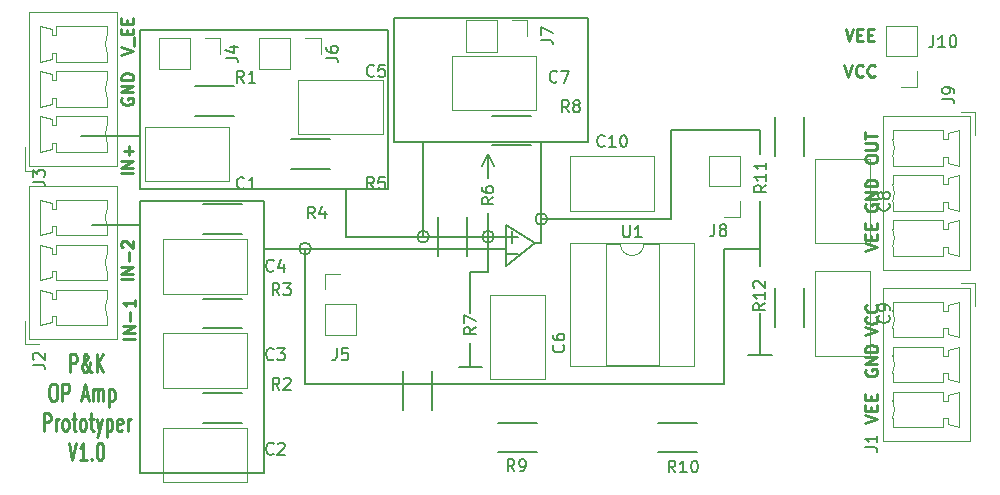
<source format=gbr>
G04 #@! TF.GenerationSoftware,KiCad,Pcbnew,(5.0.0)*
G04 #@! TF.CreationDate,2019-09-28T10:14:36+02:00*
G04 #@! TF.ProjectId,opampprotopcb,6F70616D7070726F746F7063622E6B69,rev?*
G04 #@! TF.SameCoordinates,Original*
G04 #@! TF.FileFunction,Legend,Top*
G04 #@! TF.FilePolarity,Positive*
%FSLAX46Y46*%
G04 Gerber Fmt 4.6, Leading zero omitted, Abs format (unit mm)*
G04 Created by KiCad (PCBNEW (5.0.0)) date 09/28/19 10:14:36*
%MOMM*%
%LPD*%
G01*
G04 APERTURE LIST*
%ADD10C,0.200000*%
%ADD11C,0.250000*%
%ADD12C,0.150000*%
%ADD13C,0.120000*%
G04 APERTURE END LIST*
D10*
X59500000Y-42500000D02*
G75*
G03X59500000Y-42500000I-500000J0D01*
G01*
X53000000Y-47000000D02*
X53000000Y-50500000D01*
X54500000Y-47000000D02*
X53000000Y-47000000D01*
X54500000Y-44000000D02*
X54500000Y-47000000D01*
D11*
X19119047Y-55428571D02*
X19119047Y-53928571D01*
X19500000Y-53928571D01*
X19595238Y-54000000D01*
X19642857Y-54071428D01*
X19690476Y-54214285D01*
X19690476Y-54428571D01*
X19642857Y-54571428D01*
X19595238Y-54642857D01*
X19500000Y-54714285D01*
X19119047Y-54714285D01*
X20928571Y-55428571D02*
X20880952Y-55428571D01*
X20785714Y-55357142D01*
X20642857Y-55142857D01*
X20404761Y-54714285D01*
X20309523Y-54500000D01*
X20261904Y-54285714D01*
X20261904Y-54142857D01*
X20309523Y-54000000D01*
X20404761Y-53928571D01*
X20452380Y-53928571D01*
X20547619Y-54000000D01*
X20595238Y-54142857D01*
X20595238Y-54214285D01*
X20547619Y-54357142D01*
X20500000Y-54428571D01*
X20214285Y-54714285D01*
X20166666Y-54785714D01*
X20119047Y-54928571D01*
X20119047Y-55142857D01*
X20166666Y-55285714D01*
X20214285Y-55357142D01*
X20309523Y-55428571D01*
X20452380Y-55428571D01*
X20547619Y-55357142D01*
X20595238Y-55285714D01*
X20738095Y-55000000D01*
X20785714Y-54785714D01*
X20785714Y-54642857D01*
X21357142Y-55428571D02*
X21357142Y-53928571D01*
X21928571Y-55428571D02*
X21500000Y-54571428D01*
X21928571Y-53928571D02*
X21357142Y-54785714D01*
X17595238Y-56428571D02*
X17785714Y-56428571D01*
X17880952Y-56500000D01*
X17976190Y-56642857D01*
X18023809Y-56928571D01*
X18023809Y-57428571D01*
X17976190Y-57714285D01*
X17880952Y-57857142D01*
X17785714Y-57928571D01*
X17595238Y-57928571D01*
X17500000Y-57857142D01*
X17404761Y-57714285D01*
X17357142Y-57428571D01*
X17357142Y-56928571D01*
X17404761Y-56642857D01*
X17500000Y-56500000D01*
X17595238Y-56428571D01*
X18452380Y-57928571D02*
X18452380Y-56428571D01*
X18833333Y-56428571D01*
X18928571Y-56500000D01*
X18976190Y-56571428D01*
X19023809Y-56714285D01*
X19023809Y-56928571D01*
X18976190Y-57071428D01*
X18928571Y-57142857D01*
X18833333Y-57214285D01*
X18452380Y-57214285D01*
X20166666Y-57500000D02*
X20642857Y-57500000D01*
X20071428Y-57928571D02*
X20404761Y-56428571D01*
X20738095Y-57928571D01*
X21071428Y-57928571D02*
X21071428Y-56928571D01*
X21071428Y-57071428D02*
X21119047Y-57000000D01*
X21214285Y-56928571D01*
X21357142Y-56928571D01*
X21452380Y-57000000D01*
X21500000Y-57142857D01*
X21500000Y-57928571D01*
X21500000Y-57142857D02*
X21547619Y-57000000D01*
X21642857Y-56928571D01*
X21785714Y-56928571D01*
X21880952Y-57000000D01*
X21928571Y-57142857D01*
X21928571Y-57928571D01*
X22404761Y-56928571D02*
X22404761Y-58428571D01*
X22404761Y-57000000D02*
X22500000Y-56928571D01*
X22690476Y-56928571D01*
X22785714Y-57000000D01*
X22833333Y-57071428D01*
X22880952Y-57214285D01*
X22880952Y-57642857D01*
X22833333Y-57785714D01*
X22785714Y-57857142D01*
X22690476Y-57928571D01*
X22500000Y-57928571D01*
X22404761Y-57857142D01*
X16880952Y-60428571D02*
X16880952Y-58928571D01*
X17261904Y-58928571D01*
X17357142Y-59000000D01*
X17404761Y-59071428D01*
X17452380Y-59214285D01*
X17452380Y-59428571D01*
X17404761Y-59571428D01*
X17357142Y-59642857D01*
X17261904Y-59714285D01*
X16880952Y-59714285D01*
X17880952Y-60428571D02*
X17880952Y-59428571D01*
X17880952Y-59714285D02*
X17928571Y-59571428D01*
X17976190Y-59500000D01*
X18071428Y-59428571D01*
X18166666Y-59428571D01*
X18642857Y-60428571D02*
X18547619Y-60357142D01*
X18500000Y-60285714D01*
X18452380Y-60142857D01*
X18452380Y-59714285D01*
X18500000Y-59571428D01*
X18547619Y-59500000D01*
X18642857Y-59428571D01*
X18785714Y-59428571D01*
X18880952Y-59500000D01*
X18928571Y-59571428D01*
X18976190Y-59714285D01*
X18976190Y-60142857D01*
X18928571Y-60285714D01*
X18880952Y-60357142D01*
X18785714Y-60428571D01*
X18642857Y-60428571D01*
X19261904Y-59428571D02*
X19642857Y-59428571D01*
X19404761Y-58928571D02*
X19404761Y-60214285D01*
X19452380Y-60357142D01*
X19547619Y-60428571D01*
X19642857Y-60428571D01*
X20119047Y-60428571D02*
X20023809Y-60357142D01*
X19976190Y-60285714D01*
X19928571Y-60142857D01*
X19928571Y-59714285D01*
X19976190Y-59571428D01*
X20023809Y-59500000D01*
X20119047Y-59428571D01*
X20261904Y-59428571D01*
X20357142Y-59500000D01*
X20404761Y-59571428D01*
X20452380Y-59714285D01*
X20452380Y-60142857D01*
X20404761Y-60285714D01*
X20357142Y-60357142D01*
X20261904Y-60428571D01*
X20119047Y-60428571D01*
X20738095Y-59428571D02*
X21119047Y-59428571D01*
X20880952Y-58928571D02*
X20880952Y-60214285D01*
X20928571Y-60357142D01*
X21023809Y-60428571D01*
X21119047Y-60428571D01*
X21357142Y-59428571D02*
X21595238Y-60428571D01*
X21833333Y-59428571D02*
X21595238Y-60428571D01*
X21500000Y-60785714D01*
X21452380Y-60857142D01*
X21357142Y-60928571D01*
X22214285Y-59428571D02*
X22214285Y-60928571D01*
X22214285Y-59500000D02*
X22309523Y-59428571D01*
X22500000Y-59428571D01*
X22595238Y-59500000D01*
X22642857Y-59571428D01*
X22690476Y-59714285D01*
X22690476Y-60142857D01*
X22642857Y-60285714D01*
X22595238Y-60357142D01*
X22500000Y-60428571D01*
X22309523Y-60428571D01*
X22214285Y-60357142D01*
X23500000Y-60357142D02*
X23404761Y-60428571D01*
X23214285Y-60428571D01*
X23119047Y-60357142D01*
X23071428Y-60214285D01*
X23071428Y-59642857D01*
X23119047Y-59500000D01*
X23214285Y-59428571D01*
X23404761Y-59428571D01*
X23500000Y-59500000D01*
X23547619Y-59642857D01*
X23547619Y-59785714D01*
X23071428Y-59928571D01*
X23976190Y-60428571D02*
X23976190Y-59428571D01*
X23976190Y-59714285D02*
X24023809Y-59571428D01*
X24071428Y-59500000D01*
X24166666Y-59428571D01*
X24261904Y-59428571D01*
X18976190Y-61428571D02*
X19309523Y-62928571D01*
X19642857Y-61428571D01*
X20500000Y-62928571D02*
X19928571Y-62928571D01*
X20214285Y-62928571D02*
X20214285Y-61428571D01*
X20119047Y-61642857D01*
X20023809Y-61785714D01*
X19928571Y-61857142D01*
X20928571Y-62785714D02*
X20976190Y-62857142D01*
X20928571Y-62928571D01*
X20880952Y-62857142D01*
X20928571Y-62785714D01*
X20928571Y-62928571D01*
X21595238Y-61428571D02*
X21690476Y-61428571D01*
X21785714Y-61500000D01*
X21833333Y-61571428D01*
X21880952Y-61714285D01*
X21928571Y-62000000D01*
X21928571Y-62357142D01*
X21880952Y-62642857D01*
X21833333Y-62785714D01*
X21785714Y-62857142D01*
X21690476Y-62928571D01*
X21595238Y-62928571D01*
X21500000Y-62857142D01*
X21452380Y-62785714D01*
X21404761Y-62642857D01*
X21357142Y-62357142D01*
X21357142Y-62000000D01*
X21404761Y-61714285D01*
X21452380Y-61571428D01*
X21500000Y-61500000D01*
X21595238Y-61428571D01*
X84666666Y-29452380D02*
X85000000Y-30452380D01*
X85333333Y-29452380D01*
X86238095Y-30357142D02*
X86190476Y-30404761D01*
X86047619Y-30452380D01*
X85952380Y-30452380D01*
X85809523Y-30404761D01*
X85714285Y-30309523D01*
X85666666Y-30214285D01*
X85619047Y-30023809D01*
X85619047Y-29880952D01*
X85666666Y-29690476D01*
X85714285Y-29595238D01*
X85809523Y-29500000D01*
X85952380Y-29452380D01*
X86047619Y-29452380D01*
X86190476Y-29500000D01*
X86238095Y-29547619D01*
X87238095Y-30357142D02*
X87190476Y-30404761D01*
X87047619Y-30452380D01*
X86952380Y-30452380D01*
X86809523Y-30404761D01*
X86714285Y-30309523D01*
X86666666Y-30214285D01*
X86619047Y-30023809D01*
X86619047Y-29880952D01*
X86666666Y-29690476D01*
X86714285Y-29595238D01*
X86809523Y-29500000D01*
X86952380Y-29452380D01*
X87047619Y-29452380D01*
X87190476Y-29500000D01*
X87238095Y-29547619D01*
X84761904Y-26452380D02*
X85095238Y-27452380D01*
X85428571Y-26452380D01*
X85761904Y-26928571D02*
X86095238Y-26928571D01*
X86238095Y-27452380D02*
X85761904Y-27452380D01*
X85761904Y-26452380D01*
X86238095Y-26452380D01*
X86666666Y-26928571D02*
X87000000Y-26928571D01*
X87142857Y-27452380D02*
X86666666Y-27452380D01*
X86666666Y-26452380D01*
X87142857Y-26452380D01*
X86452380Y-59738095D02*
X87452380Y-59404761D01*
X86452380Y-59071428D01*
X86928571Y-58738095D02*
X86928571Y-58404761D01*
X87452380Y-58261904D02*
X87452380Y-58738095D01*
X86452380Y-58738095D01*
X86452380Y-58261904D01*
X86928571Y-57833333D02*
X86928571Y-57500000D01*
X87452380Y-57357142D02*
X87452380Y-57833333D01*
X86452380Y-57833333D01*
X86452380Y-57357142D01*
X86500000Y-55261904D02*
X86452380Y-55357142D01*
X86452380Y-55500000D01*
X86500000Y-55642857D01*
X86595238Y-55738095D01*
X86690476Y-55785714D01*
X86880952Y-55833333D01*
X87023809Y-55833333D01*
X87214285Y-55785714D01*
X87309523Y-55738095D01*
X87404761Y-55642857D01*
X87452380Y-55500000D01*
X87452380Y-55404761D01*
X87404761Y-55261904D01*
X87357142Y-55214285D01*
X87023809Y-55214285D01*
X87023809Y-55404761D01*
X87452380Y-54785714D02*
X86452380Y-54785714D01*
X87452380Y-54214285D01*
X86452380Y-54214285D01*
X87452380Y-53738095D02*
X86452380Y-53738095D01*
X86452380Y-53500000D01*
X86500000Y-53357142D01*
X86595238Y-53261904D01*
X86690476Y-53214285D01*
X86880952Y-53166666D01*
X87023809Y-53166666D01*
X87214285Y-53214285D01*
X87309523Y-53261904D01*
X87404761Y-53357142D01*
X87452380Y-53500000D01*
X87452380Y-53738095D01*
X86452380Y-52333333D02*
X87452380Y-52000000D01*
X86452380Y-51666666D01*
X87357142Y-50761904D02*
X87404761Y-50809523D01*
X87452380Y-50952380D01*
X87452380Y-51047619D01*
X87404761Y-51190476D01*
X87309523Y-51285714D01*
X87214285Y-51333333D01*
X87023809Y-51380952D01*
X86880952Y-51380952D01*
X86690476Y-51333333D01*
X86595238Y-51285714D01*
X86500000Y-51190476D01*
X86452380Y-51047619D01*
X86452380Y-50952380D01*
X86500000Y-50809523D01*
X86547619Y-50761904D01*
X87357142Y-49761904D02*
X87404761Y-49809523D01*
X87452380Y-49952380D01*
X87452380Y-50047619D01*
X87404761Y-50190476D01*
X87309523Y-50285714D01*
X87214285Y-50333333D01*
X87023809Y-50380952D01*
X86880952Y-50380952D01*
X86690476Y-50333333D01*
X86595238Y-50285714D01*
X86500000Y-50190476D01*
X86452380Y-50047619D01*
X86452380Y-49952380D01*
X86500000Y-49809523D01*
X86547619Y-49761904D01*
X86452380Y-45238095D02*
X87452380Y-44904761D01*
X86452380Y-44571428D01*
X86928571Y-44238095D02*
X86928571Y-43904761D01*
X87452380Y-43761904D02*
X87452380Y-44238095D01*
X86452380Y-44238095D01*
X86452380Y-43761904D01*
X86928571Y-43333333D02*
X86928571Y-43000000D01*
X87452380Y-42857142D02*
X87452380Y-43333333D01*
X86452380Y-43333333D01*
X86452380Y-42857142D01*
X86452380Y-37500000D02*
X86452380Y-37309523D01*
X86500000Y-37214285D01*
X86595238Y-37119047D01*
X86785714Y-37071428D01*
X87119047Y-37071428D01*
X87309523Y-37119047D01*
X87404761Y-37214285D01*
X87452380Y-37309523D01*
X87452380Y-37500000D01*
X87404761Y-37595238D01*
X87309523Y-37690476D01*
X87119047Y-37738095D01*
X86785714Y-37738095D01*
X86595238Y-37690476D01*
X86500000Y-37595238D01*
X86452380Y-37500000D01*
X86452380Y-36642857D02*
X87261904Y-36642857D01*
X87357142Y-36595238D01*
X87404761Y-36547619D01*
X87452380Y-36452380D01*
X87452380Y-36261904D01*
X87404761Y-36166666D01*
X87357142Y-36119047D01*
X87261904Y-36071428D01*
X86452380Y-36071428D01*
X86452380Y-35738095D02*
X86452380Y-35166666D01*
X87452380Y-35452380D02*
X86452380Y-35452380D01*
X86500000Y-41261904D02*
X86452380Y-41357142D01*
X86452380Y-41500000D01*
X86500000Y-41642857D01*
X86595238Y-41738095D01*
X86690476Y-41785714D01*
X86880952Y-41833333D01*
X87023809Y-41833333D01*
X87214285Y-41785714D01*
X87309523Y-41738095D01*
X87404761Y-41642857D01*
X87452380Y-41500000D01*
X87452380Y-41404761D01*
X87404761Y-41261904D01*
X87357142Y-41214285D01*
X87023809Y-41214285D01*
X87023809Y-41404761D01*
X87452380Y-40785714D02*
X86452380Y-40785714D01*
X87452380Y-40214285D01*
X86452380Y-40214285D01*
X87452380Y-39738095D02*
X86452380Y-39738095D01*
X86452380Y-39500000D01*
X86500000Y-39357142D01*
X86595238Y-39261904D01*
X86690476Y-39214285D01*
X86880952Y-39166666D01*
X87023809Y-39166666D01*
X87214285Y-39214285D01*
X87309523Y-39261904D01*
X87404761Y-39357142D01*
X87452380Y-39500000D01*
X87452380Y-39738095D01*
X24452380Y-47619047D02*
X23452380Y-47619047D01*
X24452380Y-47142857D02*
X23452380Y-47142857D01*
X24452380Y-46571428D01*
X23452380Y-46571428D01*
X24071428Y-46095238D02*
X24071428Y-45333333D01*
X23547619Y-44904761D02*
X23500000Y-44857142D01*
X23452380Y-44761904D01*
X23452380Y-44523809D01*
X23500000Y-44428571D01*
X23547619Y-44380952D01*
X23642857Y-44333333D01*
X23738095Y-44333333D01*
X23880952Y-44380952D01*
X24452380Y-44952380D01*
X24452380Y-44333333D01*
X24577380Y-52619047D02*
X23577380Y-52619047D01*
X24577380Y-52142857D02*
X23577380Y-52142857D01*
X24577380Y-51571428D01*
X23577380Y-51571428D01*
X24196428Y-51095238D02*
X24196428Y-50333333D01*
X24577380Y-49333333D02*
X24577380Y-49904761D01*
X24577380Y-49619047D02*
X23577380Y-49619047D01*
X23720238Y-49714285D01*
X23815476Y-49809523D01*
X23863095Y-49904761D01*
X24452380Y-38642857D02*
X23452380Y-38642857D01*
X24452380Y-38166666D02*
X23452380Y-38166666D01*
X24452380Y-37595238D01*
X23452380Y-37595238D01*
X24071428Y-37119047D02*
X24071428Y-36357142D01*
X24452380Y-36738095D02*
X23690476Y-36738095D01*
X23452380Y-28619047D02*
X24452380Y-28285714D01*
X23452380Y-27952380D01*
X24547619Y-27857142D02*
X24547619Y-27095238D01*
X23928571Y-26857142D02*
X23928571Y-26523809D01*
X24452380Y-26380952D02*
X24452380Y-26857142D01*
X23452380Y-26857142D01*
X23452380Y-26380952D01*
X23928571Y-25952380D02*
X23928571Y-25619047D01*
X24452380Y-25476190D02*
X24452380Y-25952380D01*
X23452380Y-25952380D01*
X23452380Y-25476190D01*
X23500000Y-32261904D02*
X23452380Y-32357142D01*
X23452380Y-32500000D01*
X23500000Y-32642857D01*
X23595238Y-32738095D01*
X23690476Y-32785714D01*
X23880952Y-32833333D01*
X24023809Y-32833333D01*
X24214285Y-32785714D01*
X24309523Y-32738095D01*
X24404761Y-32642857D01*
X24452380Y-32500000D01*
X24452380Y-32404761D01*
X24404761Y-32261904D01*
X24357142Y-32214285D01*
X24023809Y-32214285D01*
X24023809Y-32404761D01*
X24452380Y-31785714D02*
X23452380Y-31785714D01*
X24452380Y-31214285D01*
X23452380Y-31214285D01*
X24452380Y-30738095D02*
X23452380Y-30738095D01*
X23452380Y-30500000D01*
X23500000Y-30357142D01*
X23595238Y-30261904D01*
X23690476Y-30214285D01*
X23880952Y-30166666D01*
X24023809Y-30166666D01*
X24214285Y-30214285D01*
X24309523Y-30261904D01*
X24404761Y-30357142D01*
X24452380Y-30500000D01*
X24452380Y-30738095D01*
D10*
X39500000Y-45000000D02*
G75*
G03X39500000Y-45000000I-500000J0D01*
G01*
X39000000Y-56500000D02*
X39000000Y-45000000D01*
X74500000Y-56500000D02*
X39000000Y-56500000D01*
X74500000Y-45000000D02*
X74500000Y-56500000D01*
X77500000Y-45000000D02*
X74500000Y-45000000D01*
X76500000Y-54000000D02*
X78500000Y-54000000D01*
X77500000Y-50500000D02*
X77500000Y-54000000D01*
X77500000Y-41000000D02*
X77500000Y-46500000D01*
X77500000Y-35000000D02*
X77500000Y-37000000D01*
X70000000Y-35000000D02*
X77500000Y-35000000D01*
X70000000Y-42500000D02*
X70000000Y-35000000D01*
X59000000Y-42500000D02*
X70000000Y-42500000D01*
X49500000Y-44000000D02*
G75*
G03X49500000Y-44000000I-500000J0D01*
G01*
X52000000Y-55000000D02*
X54000000Y-55000000D01*
X53000000Y-53000000D02*
X53000000Y-55000000D01*
X54500000Y-42000000D02*
X54500000Y-44000000D01*
X54500000Y-37000000D02*
X54500000Y-39000000D01*
X54500000Y-37000000D02*
X55000000Y-38000000D01*
X54000000Y-38000000D02*
X54500000Y-37000000D01*
X55000000Y-44000000D02*
G75*
G03X55000000Y-44000000I-500000J0D01*
G01*
X49000000Y-36000000D02*
X49000000Y-44000000D01*
X63000000Y-25500000D02*
X46500000Y-25500000D01*
X63000000Y-36000000D02*
X63000000Y-25500000D01*
X46500000Y-36000000D02*
X63000000Y-36000000D01*
X46500000Y-25500000D02*
X46500000Y-36000000D01*
X39000000Y-45000000D02*
X35500000Y-45000000D01*
X25000000Y-64000000D02*
X25000000Y-48000000D01*
X35500000Y-64000000D02*
X25000000Y-64000000D01*
X35500000Y-41000000D02*
X35500000Y-64000000D01*
X25000000Y-41000000D02*
X35500000Y-41000000D01*
X25000000Y-43000000D02*
X25000000Y-41000000D01*
X25000000Y-43000000D02*
X21000000Y-43000000D01*
D12*
X46000000Y-40000000D02*
X42500000Y-40000000D01*
X46000000Y-26500000D02*
X46000000Y-40000000D01*
X25000000Y-26500000D02*
X46000000Y-26500000D01*
X25000000Y-35500000D02*
X25000000Y-26500000D01*
D10*
X39000000Y-45000000D02*
X56000000Y-45000000D01*
X25000000Y-43000000D02*
X25000000Y-48000000D01*
X42500000Y-44000000D02*
X56000000Y-44000000D01*
X42500000Y-40000000D02*
X42500000Y-44000000D01*
X25000000Y-40000000D02*
X42500000Y-40000000D01*
X25000000Y-35500000D02*
X25000000Y-40000000D01*
X20000000Y-35500000D02*
X25000000Y-35500000D01*
X59000000Y-44500000D02*
X59000000Y-36000000D01*
X58500000Y-44500000D02*
X59000000Y-44500000D01*
X56500000Y-43500000D02*
X56500000Y-44500000D01*
X56000000Y-45500000D02*
X57000000Y-45500000D01*
X56000000Y-44000000D02*
X57000000Y-44000000D01*
X56000000Y-46500000D02*
X58500000Y-44500000D01*
X56000000Y-43000000D02*
X56000000Y-46500000D01*
X58500000Y-44500000D02*
X56000000Y-43000000D01*
D13*
G04 #@! TO.C,J1*
X88750155Y-51749647D02*
G75*
G03X88750000Y-50250000I-1700155J749647D01*
G01*
X88750155Y-55559647D02*
G75*
G03X88750000Y-54060000I-1700155J749647D01*
G01*
X88750155Y-59369647D02*
G75*
G03X88750000Y-57870000I-1700155J749647D01*
G01*
X95330000Y-48320000D02*
X87920000Y-48320000D01*
X87920000Y-48320000D02*
X87920000Y-61300000D01*
X87920000Y-61300000D02*
X95330000Y-61300000D01*
X95330000Y-61300000D02*
X95330000Y-48320000D01*
X88750000Y-50250000D02*
X88750000Y-49500000D01*
X88750000Y-49500000D02*
X93050000Y-49500000D01*
X93050000Y-49500000D02*
X93050000Y-50250000D01*
X93050000Y-50250000D02*
X93400000Y-50250000D01*
X93400000Y-50250000D02*
X93400000Y-49750000D01*
X93400000Y-49750000D02*
X94400000Y-49500000D01*
X94400000Y-49500000D02*
X94400000Y-52500000D01*
X94400000Y-52500000D02*
X93400000Y-52250000D01*
X93400000Y-52250000D02*
X93400000Y-51750000D01*
X93400000Y-51750000D02*
X93050000Y-51750000D01*
X93050000Y-51750000D02*
X93050000Y-52500000D01*
X93050000Y-52500000D02*
X88750000Y-52500000D01*
X88750000Y-52500000D02*
X88750000Y-51750000D01*
X88750000Y-54060000D02*
X88750000Y-53310000D01*
X88750000Y-53310000D02*
X93050000Y-53310000D01*
X93050000Y-53310000D02*
X93050000Y-54060000D01*
X93050000Y-54060000D02*
X93400000Y-54060000D01*
X93400000Y-54060000D02*
X93400000Y-53560000D01*
X93400000Y-53560000D02*
X94400000Y-53310000D01*
X94400000Y-53310000D02*
X94400000Y-56310000D01*
X94400000Y-56310000D02*
X93400000Y-56060000D01*
X93400000Y-56060000D02*
X93400000Y-55560000D01*
X93400000Y-55560000D02*
X93050000Y-55560000D01*
X93050000Y-55560000D02*
X93050000Y-56310000D01*
X93050000Y-56310000D02*
X88750000Y-56310000D01*
X88750000Y-56310000D02*
X88750000Y-55560000D01*
X88750000Y-57870000D02*
X88750000Y-57120000D01*
X88750000Y-57120000D02*
X93050000Y-57120000D01*
X93050000Y-57120000D02*
X93050000Y-57870000D01*
X93050000Y-57870000D02*
X93400000Y-57870000D01*
X93400000Y-57870000D02*
X93400000Y-57370000D01*
X93400000Y-57370000D02*
X94400000Y-57120000D01*
X94400000Y-57120000D02*
X94400000Y-60120000D01*
X94400000Y-60120000D02*
X93400000Y-59870000D01*
X93400000Y-59870000D02*
X93400000Y-59370000D01*
X93400000Y-59370000D02*
X93050000Y-59370000D01*
X93050000Y-59370000D02*
X93050000Y-60120000D01*
X93050000Y-60120000D02*
X88750000Y-60120000D01*
X88750000Y-60120000D02*
X88750000Y-59370000D01*
X94500000Y-47900000D02*
X95750000Y-47900000D01*
X95750000Y-47900000D02*
X95750000Y-49900000D01*
G04 #@! TO.C,J2*
X22249845Y-49250353D02*
G75*
G03X22250000Y-50750000I1700155J-749647D01*
G01*
X22249845Y-45440353D02*
G75*
G03X22250000Y-46940000I1700155J-749647D01*
G01*
X22249845Y-41630353D02*
G75*
G03X22250000Y-43130000I1700155J-749647D01*
G01*
X15670000Y-52680000D02*
X23080000Y-52680000D01*
X23080000Y-52680000D02*
X23080000Y-39700000D01*
X23080000Y-39700000D02*
X15670000Y-39700000D01*
X15670000Y-39700000D02*
X15670000Y-52680000D01*
X22250000Y-50750000D02*
X22250000Y-51500000D01*
X22250000Y-51500000D02*
X17950000Y-51500000D01*
X17950000Y-51500000D02*
X17950000Y-50750000D01*
X17950000Y-50750000D02*
X17600000Y-50750000D01*
X17600000Y-50750000D02*
X17600000Y-51250000D01*
X17600000Y-51250000D02*
X16600000Y-51500000D01*
X16600000Y-51500000D02*
X16600000Y-48500000D01*
X16600000Y-48500000D02*
X17600000Y-48750000D01*
X17600000Y-48750000D02*
X17600000Y-49250000D01*
X17600000Y-49250000D02*
X17950000Y-49250000D01*
X17950000Y-49250000D02*
X17950000Y-48500000D01*
X17950000Y-48500000D02*
X22250000Y-48500000D01*
X22250000Y-48500000D02*
X22250000Y-49250000D01*
X22250000Y-46940000D02*
X22250000Y-47690000D01*
X22250000Y-47690000D02*
X17950000Y-47690000D01*
X17950000Y-47690000D02*
X17950000Y-46940000D01*
X17950000Y-46940000D02*
X17600000Y-46940000D01*
X17600000Y-46940000D02*
X17600000Y-47440000D01*
X17600000Y-47440000D02*
X16600000Y-47690000D01*
X16600000Y-47690000D02*
X16600000Y-44690000D01*
X16600000Y-44690000D02*
X17600000Y-44940000D01*
X17600000Y-44940000D02*
X17600000Y-45440000D01*
X17600000Y-45440000D02*
X17950000Y-45440000D01*
X17950000Y-45440000D02*
X17950000Y-44690000D01*
X17950000Y-44690000D02*
X22250000Y-44690000D01*
X22250000Y-44690000D02*
X22250000Y-45440000D01*
X22250000Y-43130000D02*
X22250000Y-43880000D01*
X22250000Y-43880000D02*
X17950000Y-43880000D01*
X17950000Y-43880000D02*
X17950000Y-43130000D01*
X17950000Y-43130000D02*
X17600000Y-43130000D01*
X17600000Y-43130000D02*
X17600000Y-43630000D01*
X17600000Y-43630000D02*
X16600000Y-43880000D01*
X16600000Y-43880000D02*
X16600000Y-40880000D01*
X16600000Y-40880000D02*
X17600000Y-41130000D01*
X17600000Y-41130000D02*
X17600000Y-41630000D01*
X17600000Y-41630000D02*
X17950000Y-41630000D01*
X17950000Y-41630000D02*
X17950000Y-40880000D01*
X17950000Y-40880000D02*
X22250000Y-40880000D01*
X22250000Y-40880000D02*
X22250000Y-41630000D01*
X16500000Y-53100000D02*
X15250000Y-53100000D01*
X15250000Y-53100000D02*
X15250000Y-51100000D01*
G04 #@! TO.C,J3*
X15250000Y-38410000D02*
X15250000Y-36410000D01*
X16500000Y-38410000D02*
X15250000Y-38410000D01*
X22250000Y-26190000D02*
X22250000Y-26940000D01*
X17950000Y-26190000D02*
X22250000Y-26190000D01*
X17950000Y-26940000D02*
X17950000Y-26190000D01*
X17600000Y-26940000D02*
X17950000Y-26940000D01*
X17600000Y-26440000D02*
X17600000Y-26940000D01*
X16600000Y-26190000D02*
X17600000Y-26440000D01*
X16600000Y-29190000D02*
X16600000Y-26190000D01*
X17600000Y-28940000D02*
X16600000Y-29190000D01*
X17600000Y-28440000D02*
X17600000Y-28940000D01*
X17950000Y-28440000D02*
X17600000Y-28440000D01*
X17950000Y-29190000D02*
X17950000Y-28440000D01*
X22250000Y-29190000D02*
X17950000Y-29190000D01*
X22250000Y-28440000D02*
X22250000Y-29190000D01*
X22250000Y-30000000D02*
X22250000Y-30750000D01*
X17950000Y-30000000D02*
X22250000Y-30000000D01*
X17950000Y-30750000D02*
X17950000Y-30000000D01*
X17600000Y-30750000D02*
X17950000Y-30750000D01*
X17600000Y-30250000D02*
X17600000Y-30750000D01*
X16600000Y-30000000D02*
X17600000Y-30250000D01*
X16600000Y-33000000D02*
X16600000Y-30000000D01*
X17600000Y-32750000D02*
X16600000Y-33000000D01*
X17600000Y-32250000D02*
X17600000Y-32750000D01*
X17950000Y-32250000D02*
X17600000Y-32250000D01*
X17950000Y-33000000D02*
X17950000Y-32250000D01*
X22250000Y-33000000D02*
X17950000Y-33000000D01*
X22250000Y-32250000D02*
X22250000Y-33000000D01*
X22250000Y-33810000D02*
X22250000Y-34560000D01*
X17950000Y-33810000D02*
X22250000Y-33810000D01*
X17950000Y-34560000D02*
X17950000Y-33810000D01*
X17600000Y-34560000D02*
X17950000Y-34560000D01*
X17600000Y-34060000D02*
X17600000Y-34560000D01*
X16600000Y-33810000D02*
X17600000Y-34060000D01*
X16600000Y-36810000D02*
X16600000Y-33810000D01*
X17600000Y-36560000D02*
X16600000Y-36810000D01*
X17600000Y-36060000D02*
X17600000Y-36560000D01*
X17950000Y-36060000D02*
X17600000Y-36060000D01*
X17950000Y-36810000D02*
X17950000Y-36060000D01*
X22250000Y-36810000D02*
X17950000Y-36810000D01*
X22250000Y-36060000D02*
X22250000Y-36810000D01*
X15670000Y-25010000D02*
X15670000Y-37990000D01*
X23080000Y-25010000D02*
X15670000Y-25010000D01*
X23080000Y-37990000D02*
X23080000Y-25010000D01*
X15670000Y-37990000D02*
X23080000Y-37990000D01*
X22249845Y-26940353D02*
G75*
G03X22250000Y-28440000I1700155J-749647D01*
G01*
X22249845Y-30750353D02*
G75*
G03X22250000Y-32250000I1700155J-749647D01*
G01*
X22249845Y-34560353D02*
G75*
G03X22250000Y-36060000I1700155J-749647D01*
G01*
G04 #@! TO.C,J4*
X26630000Y-27170000D02*
X26630000Y-29830000D01*
X29230000Y-27170000D02*
X26630000Y-27170000D01*
X29230000Y-29830000D02*
X26630000Y-29830000D01*
X29230000Y-27170000D02*
X29230000Y-29830000D01*
X30500000Y-27170000D02*
X31830000Y-27170000D01*
X31830000Y-27170000D02*
X31830000Y-28500000D01*
G04 #@! TO.C,J5*
X40670000Y-52330000D02*
X43330000Y-52330000D01*
X40670000Y-49730000D02*
X40670000Y-52330000D01*
X43330000Y-49730000D02*
X43330000Y-52330000D01*
X40670000Y-49730000D02*
X43330000Y-49730000D01*
X40670000Y-48460000D02*
X40670000Y-47130000D01*
X40670000Y-47130000D02*
X42000000Y-47130000D01*
G04 #@! TO.C,J6*
X35130000Y-27170000D02*
X35130000Y-29830000D01*
X37730000Y-27170000D02*
X35130000Y-27170000D01*
X37730000Y-29830000D02*
X35130000Y-29830000D01*
X37730000Y-27170000D02*
X37730000Y-29830000D01*
X39000000Y-27170000D02*
X40330000Y-27170000D01*
X40330000Y-27170000D02*
X40330000Y-28500000D01*
G04 #@! TO.C,J7*
X57830000Y-25670000D02*
X57830000Y-27000000D01*
X56500000Y-25670000D02*
X57830000Y-25670000D01*
X55230000Y-25670000D02*
X55230000Y-28330000D01*
X55230000Y-28330000D02*
X52630000Y-28330000D01*
X55230000Y-25670000D02*
X52630000Y-25670000D01*
X52630000Y-25670000D02*
X52630000Y-28330000D01*
G04 #@! TO.C,J8*
X75830000Y-37130000D02*
X73170000Y-37130000D01*
X75830000Y-39730000D02*
X75830000Y-37130000D01*
X73170000Y-39730000D02*
X73170000Y-37130000D01*
X75830000Y-39730000D02*
X73170000Y-39730000D01*
X75830000Y-41000000D02*
X75830000Y-42330000D01*
X75830000Y-42330000D02*
X74500000Y-42330000D01*
G04 #@! TO.C,J9*
X95750000Y-33400000D02*
X95750000Y-35400000D01*
X94500000Y-33400000D02*
X95750000Y-33400000D01*
X88750000Y-45620000D02*
X88750000Y-44870000D01*
X93050000Y-45620000D02*
X88750000Y-45620000D01*
X93050000Y-44870000D02*
X93050000Y-45620000D01*
X93400000Y-44870000D02*
X93050000Y-44870000D01*
X93400000Y-45370000D02*
X93400000Y-44870000D01*
X94400000Y-45620000D02*
X93400000Y-45370000D01*
X94400000Y-42620000D02*
X94400000Y-45620000D01*
X93400000Y-42870000D02*
X94400000Y-42620000D01*
X93400000Y-43370000D02*
X93400000Y-42870000D01*
X93050000Y-43370000D02*
X93400000Y-43370000D01*
X93050000Y-42620000D02*
X93050000Y-43370000D01*
X88750000Y-42620000D02*
X93050000Y-42620000D01*
X88750000Y-43370000D02*
X88750000Y-42620000D01*
X88750000Y-41810000D02*
X88750000Y-41060000D01*
X93050000Y-41810000D02*
X88750000Y-41810000D01*
X93050000Y-41060000D02*
X93050000Y-41810000D01*
X93400000Y-41060000D02*
X93050000Y-41060000D01*
X93400000Y-41560000D02*
X93400000Y-41060000D01*
X94400000Y-41810000D02*
X93400000Y-41560000D01*
X94400000Y-38810000D02*
X94400000Y-41810000D01*
X93400000Y-39060000D02*
X94400000Y-38810000D01*
X93400000Y-39560000D02*
X93400000Y-39060000D01*
X93050000Y-39560000D02*
X93400000Y-39560000D01*
X93050000Y-38810000D02*
X93050000Y-39560000D01*
X88750000Y-38810000D02*
X93050000Y-38810000D01*
X88750000Y-39560000D02*
X88750000Y-38810000D01*
X88750000Y-38000000D02*
X88750000Y-37250000D01*
X93050000Y-38000000D02*
X88750000Y-38000000D01*
X93050000Y-37250000D02*
X93050000Y-38000000D01*
X93400000Y-37250000D02*
X93050000Y-37250000D01*
X93400000Y-37750000D02*
X93400000Y-37250000D01*
X94400000Y-38000000D02*
X93400000Y-37750000D01*
X94400000Y-35000000D02*
X94400000Y-38000000D01*
X93400000Y-35250000D02*
X94400000Y-35000000D01*
X93400000Y-35750000D02*
X93400000Y-35250000D01*
X93050000Y-35750000D02*
X93400000Y-35750000D01*
X93050000Y-35000000D02*
X93050000Y-35750000D01*
X88750000Y-35000000D02*
X93050000Y-35000000D01*
X88750000Y-35750000D02*
X88750000Y-35000000D01*
X95330000Y-46800000D02*
X95330000Y-33820000D01*
X87920000Y-46800000D02*
X95330000Y-46800000D01*
X87920000Y-33820000D02*
X87920000Y-46800000D01*
X95330000Y-33820000D02*
X87920000Y-33820000D01*
X88750155Y-44869647D02*
G75*
G03X88750000Y-43370000I-1700155J749647D01*
G01*
X88750155Y-41059647D02*
G75*
G03X88750000Y-39560000I-1700155J749647D01*
G01*
X88750155Y-37249647D02*
G75*
G03X88750000Y-35750000I-1700155J749647D01*
G01*
G04 #@! TO.C,J10*
X90830000Y-31330000D02*
X89500000Y-31330000D01*
X90830000Y-30000000D02*
X90830000Y-31330000D01*
X90830000Y-28730000D02*
X88170000Y-28730000D01*
X88170000Y-28730000D02*
X88170000Y-26130000D01*
X90830000Y-28730000D02*
X90830000Y-26130000D01*
X90830000Y-26130000D02*
X88170000Y-26130000D01*
G04 #@! TO.C,U1*
X71940000Y-44530000D02*
X61440000Y-44530000D01*
X71940000Y-54930000D02*
X71940000Y-44530000D01*
X61440000Y-54930000D02*
X71940000Y-54930000D01*
X61440000Y-44530000D02*
X61440000Y-54930000D01*
X68940000Y-44590000D02*
X67690000Y-44590000D01*
X68940000Y-54870000D02*
X68940000Y-44590000D01*
X64440000Y-54870000D02*
X68940000Y-54870000D01*
X64440000Y-44590000D02*
X64440000Y-54870000D01*
X65690000Y-44590000D02*
X64440000Y-44590000D01*
X67690000Y-44590000D02*
G75*
G02X65690000Y-44590000I-1000000J0D01*
G01*
D12*
G04 #@! TO.C,R1*
X31300400Y-33742060D02*
X29649400Y-33742060D01*
X31300400Y-33742060D02*
X32951400Y-33742060D01*
X29649400Y-31257940D02*
X32951400Y-31257940D01*
G04 #@! TO.C,R2*
X30347700Y-57257940D02*
X33649700Y-57257940D01*
X31998700Y-59742060D02*
X33649700Y-59742060D01*
X31998700Y-59742060D02*
X30347700Y-59742060D01*
G04 #@! TO.C,R3*
X30350300Y-49257940D02*
X33652300Y-49257940D01*
X32001300Y-51742060D02*
X33652300Y-51742060D01*
X32001300Y-51742060D02*
X30350300Y-51742060D01*
G04 #@! TO.C,R4*
X31998700Y-43742060D02*
X30347700Y-43742060D01*
X31998700Y-43742060D02*
X33649700Y-43742060D01*
X30347700Y-41257940D02*
X33649700Y-41257940D01*
G04 #@! TO.C,R5*
X37849000Y-35757940D02*
X41151000Y-35757940D01*
X39500000Y-38242060D02*
X41151000Y-38242060D01*
X39500000Y-38242060D02*
X37849000Y-38242060D01*
G04 #@! TO.C,R6*
X50257940Y-44000000D02*
X50257940Y-42349000D01*
X50257940Y-44000000D02*
X50257940Y-45651000D01*
X52742060Y-42349000D02*
X52742060Y-45651000D01*
G04 #@! TO.C,R7*
X47257940Y-57001300D02*
X47257940Y-55350300D01*
X47257940Y-57001300D02*
X47257940Y-58652300D01*
X49742060Y-55350300D02*
X49742060Y-58652300D01*
G04 #@! TO.C,R8*
X54849000Y-33757940D02*
X58151000Y-33757940D01*
X56500000Y-36242060D02*
X58151000Y-36242060D01*
X56500000Y-36242060D02*
X54849000Y-36242060D01*
G04 #@! TO.C,R9*
X57000000Y-62242060D02*
X55349000Y-62242060D01*
X57000000Y-62242060D02*
X58651000Y-62242060D01*
X55349000Y-59757940D02*
X58651000Y-59757940D01*
G04 #@! TO.C,R10*
X72149700Y-62242060D02*
X68847700Y-62242060D01*
X70498700Y-59757940D02*
X68847700Y-59757940D01*
X70498700Y-59757940D02*
X72149700Y-59757940D01*
G04 #@! TO.C,R11*
X81242060Y-33850300D02*
X81242060Y-37152300D01*
X78757940Y-35501300D02*
X78757940Y-37152300D01*
X78757940Y-35501300D02*
X78757940Y-33850300D01*
G04 #@! TO.C,R12*
X78757940Y-50000000D02*
X78757940Y-48349000D01*
X78757940Y-50000000D02*
X78757940Y-51651000D01*
X81242060Y-48349000D02*
X81242060Y-51651000D01*
D13*
G04 #@! TO.C,C1*
X25440000Y-34690000D02*
X32560000Y-34690000D01*
X25440000Y-39310000D02*
X32560000Y-39310000D01*
X25440000Y-34690000D02*
X25440000Y-39310000D01*
X32560000Y-34690000D02*
X32560000Y-39310000D01*
G04 #@! TO.C,C2*
X26940000Y-64810000D02*
X26940000Y-60190000D01*
X34060000Y-64810000D02*
X34060000Y-60190000D01*
X34060000Y-60190000D02*
X26940000Y-60190000D01*
X34060000Y-64810000D02*
X26940000Y-64810000D01*
G04 #@! TO.C,C3*
X26940000Y-56810000D02*
X26940000Y-52190000D01*
X34060000Y-56810000D02*
X34060000Y-52190000D01*
X34060000Y-52190000D02*
X26940000Y-52190000D01*
X34060000Y-56810000D02*
X26940000Y-56810000D01*
G04 #@! TO.C,C4*
X26940000Y-48810000D02*
X26940000Y-44190000D01*
X34060000Y-48810000D02*
X34060000Y-44190000D01*
X34060000Y-44190000D02*
X26940000Y-44190000D01*
X34060000Y-48810000D02*
X26940000Y-48810000D01*
G04 #@! TO.C,C5*
X45560000Y-30690000D02*
X45560000Y-35310000D01*
X38440000Y-30690000D02*
X38440000Y-35310000D01*
X38440000Y-35310000D02*
X45560000Y-35310000D01*
X38440000Y-30690000D02*
X45560000Y-30690000D01*
G04 #@! TO.C,C6*
X54690000Y-48940000D02*
X59310000Y-48940000D01*
X54690000Y-56060000D02*
X59310000Y-56060000D01*
X59310000Y-56060000D02*
X59310000Y-48940000D01*
X54690000Y-56060000D02*
X54690000Y-48940000D01*
G04 #@! TO.C,C7*
X51440000Y-28690000D02*
X58560000Y-28690000D01*
X51440000Y-33310000D02*
X58560000Y-33310000D01*
X51440000Y-28690000D02*
X51440000Y-33310000D01*
X58560000Y-28690000D02*
X58560000Y-33310000D01*
G04 #@! TO.C,C8*
X86810000Y-37440000D02*
X86810000Y-44560000D01*
X82190000Y-37440000D02*
X82190000Y-44560000D01*
X86810000Y-37440000D02*
X82190000Y-37440000D01*
X86810000Y-44560000D02*
X82190000Y-44560000D01*
G04 #@! TO.C,C9*
X86810000Y-46940000D02*
X86810000Y-54060000D01*
X82190000Y-46940000D02*
X82190000Y-54060000D01*
X86810000Y-46940000D02*
X82190000Y-46940000D01*
X86810000Y-54060000D02*
X82190000Y-54060000D01*
G04 #@! TO.C,C10*
X61440000Y-37190000D02*
X68560000Y-37190000D01*
X61440000Y-41810000D02*
X68560000Y-41810000D01*
X61440000Y-37190000D02*
X61440000Y-41810000D01*
X68560000Y-37190000D02*
X68560000Y-41810000D01*
G04 #@! TO.C,J1*
D12*
X86452380Y-61833333D02*
X87166666Y-61833333D01*
X87309523Y-61880952D01*
X87404761Y-61976190D01*
X87452380Y-62119047D01*
X87452380Y-62214285D01*
X87452380Y-60833333D02*
X87452380Y-61404761D01*
X87452380Y-61119047D02*
X86452380Y-61119047D01*
X86595238Y-61214285D01*
X86690476Y-61309523D01*
X86738095Y-61404761D01*
G04 #@! TO.C,J2*
X15952380Y-54833333D02*
X16666666Y-54833333D01*
X16809523Y-54880952D01*
X16904761Y-54976190D01*
X16952380Y-55119047D01*
X16952380Y-55214285D01*
X16047619Y-54404761D02*
X16000000Y-54357142D01*
X15952380Y-54261904D01*
X15952380Y-54023809D01*
X16000000Y-53928571D01*
X16047619Y-53880952D01*
X16142857Y-53833333D01*
X16238095Y-53833333D01*
X16380952Y-53880952D01*
X16952380Y-54452380D01*
X16952380Y-53833333D01*
G04 #@! TO.C,J3*
X15952380Y-39333333D02*
X16666666Y-39333333D01*
X16809523Y-39380952D01*
X16904761Y-39476190D01*
X16952380Y-39619047D01*
X16952380Y-39714285D01*
X15952380Y-38952380D02*
X15952380Y-38333333D01*
X16333333Y-38666666D01*
X16333333Y-38523809D01*
X16380952Y-38428571D01*
X16428571Y-38380952D01*
X16523809Y-38333333D01*
X16761904Y-38333333D01*
X16857142Y-38380952D01*
X16904761Y-38428571D01*
X16952380Y-38523809D01*
X16952380Y-38809523D01*
X16904761Y-38904761D01*
X16857142Y-38952380D01*
G04 #@! TO.C,J4*
X32282380Y-28833333D02*
X32996666Y-28833333D01*
X33139523Y-28880952D01*
X33234761Y-28976190D01*
X33282380Y-29119047D01*
X33282380Y-29214285D01*
X32615714Y-27928571D02*
X33282380Y-27928571D01*
X32234761Y-28166666D02*
X32949047Y-28404761D01*
X32949047Y-27785714D01*
G04 #@! TO.C,J5*
X41666666Y-53452380D02*
X41666666Y-54166666D01*
X41619047Y-54309523D01*
X41523809Y-54404761D01*
X41380952Y-54452380D01*
X41285714Y-54452380D01*
X42619047Y-53452380D02*
X42142857Y-53452380D01*
X42095238Y-53928571D01*
X42142857Y-53880952D01*
X42238095Y-53833333D01*
X42476190Y-53833333D01*
X42571428Y-53880952D01*
X42619047Y-53928571D01*
X42666666Y-54023809D01*
X42666666Y-54261904D01*
X42619047Y-54357142D01*
X42571428Y-54404761D01*
X42476190Y-54452380D01*
X42238095Y-54452380D01*
X42142857Y-54404761D01*
X42095238Y-54357142D01*
G04 #@! TO.C,J6*
X40782380Y-28833333D02*
X41496666Y-28833333D01*
X41639523Y-28880952D01*
X41734761Y-28976190D01*
X41782380Y-29119047D01*
X41782380Y-29214285D01*
X40782380Y-27928571D02*
X40782380Y-28119047D01*
X40830000Y-28214285D01*
X40877619Y-28261904D01*
X41020476Y-28357142D01*
X41210952Y-28404761D01*
X41591904Y-28404761D01*
X41687142Y-28357142D01*
X41734761Y-28309523D01*
X41782380Y-28214285D01*
X41782380Y-28023809D01*
X41734761Y-27928571D01*
X41687142Y-27880952D01*
X41591904Y-27833333D01*
X41353809Y-27833333D01*
X41258571Y-27880952D01*
X41210952Y-27928571D01*
X41163333Y-28023809D01*
X41163333Y-28214285D01*
X41210952Y-28309523D01*
X41258571Y-28357142D01*
X41353809Y-28404761D01*
G04 #@! TO.C,J7*
X58952380Y-27333333D02*
X59666666Y-27333333D01*
X59809523Y-27380952D01*
X59904761Y-27476190D01*
X59952380Y-27619047D01*
X59952380Y-27714285D01*
X58952380Y-26952380D02*
X58952380Y-26285714D01*
X59952380Y-26714285D01*
G04 #@! TO.C,J8*
X73666666Y-42952380D02*
X73666666Y-43666666D01*
X73619047Y-43809523D01*
X73523809Y-43904761D01*
X73380952Y-43952380D01*
X73285714Y-43952380D01*
X74285714Y-43380952D02*
X74190476Y-43333333D01*
X74142857Y-43285714D01*
X74095238Y-43190476D01*
X74095238Y-43142857D01*
X74142857Y-43047619D01*
X74190476Y-43000000D01*
X74285714Y-42952380D01*
X74476190Y-42952380D01*
X74571428Y-43000000D01*
X74619047Y-43047619D01*
X74666666Y-43142857D01*
X74666666Y-43190476D01*
X74619047Y-43285714D01*
X74571428Y-43333333D01*
X74476190Y-43380952D01*
X74285714Y-43380952D01*
X74190476Y-43428571D01*
X74142857Y-43476190D01*
X74095238Y-43571428D01*
X74095238Y-43761904D01*
X74142857Y-43857142D01*
X74190476Y-43904761D01*
X74285714Y-43952380D01*
X74476190Y-43952380D01*
X74571428Y-43904761D01*
X74619047Y-43857142D01*
X74666666Y-43761904D01*
X74666666Y-43571428D01*
X74619047Y-43476190D01*
X74571428Y-43428571D01*
X74476190Y-43380952D01*
G04 #@! TO.C,J9*
X92952380Y-32333333D02*
X93666666Y-32333333D01*
X93809523Y-32380952D01*
X93904761Y-32476190D01*
X93952380Y-32619047D01*
X93952380Y-32714285D01*
X93952380Y-31809523D02*
X93952380Y-31619047D01*
X93904761Y-31523809D01*
X93857142Y-31476190D01*
X93714285Y-31380952D01*
X93523809Y-31333333D01*
X93142857Y-31333333D01*
X93047619Y-31380952D01*
X93000000Y-31428571D01*
X92952380Y-31523809D01*
X92952380Y-31714285D01*
X93000000Y-31809523D01*
X93047619Y-31857142D01*
X93142857Y-31904761D01*
X93380952Y-31904761D01*
X93476190Y-31857142D01*
X93523809Y-31809523D01*
X93571428Y-31714285D01*
X93571428Y-31523809D01*
X93523809Y-31428571D01*
X93476190Y-31380952D01*
X93380952Y-31333333D01*
G04 #@! TO.C,J10*
X92190476Y-26952380D02*
X92190476Y-27666666D01*
X92142857Y-27809523D01*
X92047619Y-27904761D01*
X91904761Y-27952380D01*
X91809523Y-27952380D01*
X93190476Y-27952380D02*
X92619047Y-27952380D01*
X92904761Y-27952380D02*
X92904761Y-26952380D01*
X92809523Y-27095238D01*
X92714285Y-27190476D01*
X92619047Y-27238095D01*
X93809523Y-26952380D02*
X93904761Y-26952380D01*
X94000000Y-27000000D01*
X94047619Y-27047619D01*
X94095238Y-27142857D01*
X94142857Y-27333333D01*
X94142857Y-27571428D01*
X94095238Y-27761904D01*
X94047619Y-27857142D01*
X94000000Y-27904761D01*
X93904761Y-27952380D01*
X93809523Y-27952380D01*
X93714285Y-27904761D01*
X93666666Y-27857142D01*
X93619047Y-27761904D01*
X93571428Y-27571428D01*
X93571428Y-27333333D01*
X93619047Y-27142857D01*
X93666666Y-27047619D01*
X93714285Y-27000000D01*
X93809523Y-26952380D01*
G04 #@! TO.C,U1*
X65928095Y-43042380D02*
X65928095Y-43851904D01*
X65975714Y-43947142D01*
X66023333Y-43994761D01*
X66118571Y-44042380D01*
X66309047Y-44042380D01*
X66404285Y-43994761D01*
X66451904Y-43947142D01*
X66499523Y-43851904D01*
X66499523Y-43042380D01*
X67499523Y-44042380D02*
X66928095Y-44042380D01*
X67213809Y-44042380D02*
X67213809Y-43042380D01*
X67118571Y-43185238D01*
X67023333Y-43280476D01*
X66928095Y-43328095D01*
G04 #@! TO.C,R1*
X33833333Y-30952380D02*
X33500000Y-30476190D01*
X33261904Y-30952380D02*
X33261904Y-29952380D01*
X33642857Y-29952380D01*
X33738095Y-30000000D01*
X33785714Y-30047619D01*
X33833333Y-30142857D01*
X33833333Y-30285714D01*
X33785714Y-30380952D01*
X33738095Y-30428571D01*
X33642857Y-30476190D01*
X33261904Y-30476190D01*
X34785714Y-30952380D02*
X34214285Y-30952380D01*
X34500000Y-30952380D02*
X34500000Y-29952380D01*
X34404761Y-30095238D01*
X34309523Y-30190476D01*
X34214285Y-30238095D01*
G04 #@! TO.C,R2*
X36833333Y-56952380D02*
X36500000Y-56476190D01*
X36261904Y-56952380D02*
X36261904Y-55952380D01*
X36642857Y-55952380D01*
X36738095Y-56000000D01*
X36785714Y-56047619D01*
X36833333Y-56142857D01*
X36833333Y-56285714D01*
X36785714Y-56380952D01*
X36738095Y-56428571D01*
X36642857Y-56476190D01*
X36261904Y-56476190D01*
X37214285Y-56047619D02*
X37261904Y-56000000D01*
X37357142Y-55952380D01*
X37595238Y-55952380D01*
X37690476Y-56000000D01*
X37738095Y-56047619D01*
X37785714Y-56142857D01*
X37785714Y-56238095D01*
X37738095Y-56380952D01*
X37166666Y-56952380D01*
X37785714Y-56952380D01*
G04 #@! TO.C,R3*
X36833333Y-48952380D02*
X36500000Y-48476190D01*
X36261904Y-48952380D02*
X36261904Y-47952380D01*
X36642857Y-47952380D01*
X36738095Y-48000000D01*
X36785714Y-48047619D01*
X36833333Y-48142857D01*
X36833333Y-48285714D01*
X36785714Y-48380952D01*
X36738095Y-48428571D01*
X36642857Y-48476190D01*
X36261904Y-48476190D01*
X37166666Y-47952380D02*
X37785714Y-47952380D01*
X37452380Y-48333333D01*
X37595238Y-48333333D01*
X37690476Y-48380952D01*
X37738095Y-48428571D01*
X37785714Y-48523809D01*
X37785714Y-48761904D01*
X37738095Y-48857142D01*
X37690476Y-48904761D01*
X37595238Y-48952380D01*
X37309523Y-48952380D01*
X37214285Y-48904761D01*
X37166666Y-48857142D01*
G04 #@! TO.C,R4*
X39833333Y-42452380D02*
X39500000Y-41976190D01*
X39261904Y-42452380D02*
X39261904Y-41452380D01*
X39642857Y-41452380D01*
X39738095Y-41500000D01*
X39785714Y-41547619D01*
X39833333Y-41642857D01*
X39833333Y-41785714D01*
X39785714Y-41880952D01*
X39738095Y-41928571D01*
X39642857Y-41976190D01*
X39261904Y-41976190D01*
X40690476Y-41785714D02*
X40690476Y-42452380D01*
X40452380Y-41404761D02*
X40214285Y-42119047D01*
X40833333Y-42119047D01*
G04 #@! TO.C,R5*
X44833333Y-39952380D02*
X44500000Y-39476190D01*
X44261904Y-39952380D02*
X44261904Y-38952380D01*
X44642857Y-38952380D01*
X44738095Y-39000000D01*
X44785714Y-39047619D01*
X44833333Y-39142857D01*
X44833333Y-39285714D01*
X44785714Y-39380952D01*
X44738095Y-39428571D01*
X44642857Y-39476190D01*
X44261904Y-39476190D01*
X45738095Y-38952380D02*
X45261904Y-38952380D01*
X45214285Y-39428571D01*
X45261904Y-39380952D01*
X45357142Y-39333333D01*
X45595238Y-39333333D01*
X45690476Y-39380952D01*
X45738095Y-39428571D01*
X45785714Y-39523809D01*
X45785714Y-39761904D01*
X45738095Y-39857142D01*
X45690476Y-39904761D01*
X45595238Y-39952380D01*
X45357142Y-39952380D01*
X45261904Y-39904761D01*
X45214285Y-39857142D01*
G04 #@! TO.C,R6*
X54952380Y-40666666D02*
X54476190Y-41000000D01*
X54952380Y-41238095D02*
X53952380Y-41238095D01*
X53952380Y-40857142D01*
X54000000Y-40761904D01*
X54047619Y-40714285D01*
X54142857Y-40666666D01*
X54285714Y-40666666D01*
X54380952Y-40714285D01*
X54428571Y-40761904D01*
X54476190Y-40857142D01*
X54476190Y-41238095D01*
X53952380Y-39809523D02*
X53952380Y-40000000D01*
X54000000Y-40095238D01*
X54047619Y-40142857D01*
X54190476Y-40238095D01*
X54380952Y-40285714D01*
X54761904Y-40285714D01*
X54857142Y-40238095D01*
X54904761Y-40190476D01*
X54952380Y-40095238D01*
X54952380Y-39904761D01*
X54904761Y-39809523D01*
X54857142Y-39761904D01*
X54761904Y-39714285D01*
X54523809Y-39714285D01*
X54428571Y-39761904D01*
X54380952Y-39809523D01*
X54333333Y-39904761D01*
X54333333Y-40095238D01*
X54380952Y-40190476D01*
X54428571Y-40238095D01*
X54523809Y-40285714D01*
G04 #@! TO.C,R7*
X53452380Y-51666706D02*
X52976190Y-52000040D01*
X53452380Y-52238135D02*
X52452380Y-52238135D01*
X52452380Y-51857182D01*
X52500000Y-51761944D01*
X52547619Y-51714325D01*
X52642857Y-51666706D01*
X52785714Y-51666706D01*
X52880952Y-51714325D01*
X52928571Y-51761944D01*
X52976190Y-51857182D01*
X52976190Y-52238135D01*
X52452380Y-51333373D02*
X52452380Y-50666706D01*
X53452380Y-51095278D01*
G04 #@! TO.C,R8*
X61333333Y-33452380D02*
X61000000Y-32976190D01*
X60761904Y-33452380D02*
X60761904Y-32452380D01*
X61142857Y-32452380D01*
X61238095Y-32500000D01*
X61285714Y-32547619D01*
X61333333Y-32642857D01*
X61333333Y-32785714D01*
X61285714Y-32880952D01*
X61238095Y-32928571D01*
X61142857Y-32976190D01*
X60761904Y-32976190D01*
X61904761Y-32880952D02*
X61809523Y-32833333D01*
X61761904Y-32785714D01*
X61714285Y-32690476D01*
X61714285Y-32642857D01*
X61761904Y-32547619D01*
X61809523Y-32500000D01*
X61904761Y-32452380D01*
X62095238Y-32452380D01*
X62190476Y-32500000D01*
X62238095Y-32547619D01*
X62285714Y-32642857D01*
X62285714Y-32690476D01*
X62238095Y-32785714D01*
X62190476Y-32833333D01*
X62095238Y-32880952D01*
X61904761Y-32880952D01*
X61809523Y-32928571D01*
X61761904Y-32976190D01*
X61714285Y-33071428D01*
X61714285Y-33261904D01*
X61761904Y-33357142D01*
X61809523Y-33404761D01*
X61904761Y-33452380D01*
X62095238Y-33452380D01*
X62190476Y-33404761D01*
X62238095Y-33357142D01*
X62285714Y-33261904D01*
X62285714Y-33071428D01*
X62238095Y-32976190D01*
X62190476Y-32928571D01*
X62095238Y-32880952D01*
G04 #@! TO.C,R9*
X56734273Y-63852680D02*
X56400940Y-63376490D01*
X56162844Y-63852680D02*
X56162844Y-62852680D01*
X56543797Y-62852680D01*
X56639035Y-62900300D01*
X56686654Y-62947919D01*
X56734273Y-63043157D01*
X56734273Y-63186014D01*
X56686654Y-63281252D01*
X56639035Y-63328871D01*
X56543797Y-63376490D01*
X56162844Y-63376490D01*
X57210463Y-63852680D02*
X57400940Y-63852680D01*
X57496178Y-63805061D01*
X57543797Y-63757442D01*
X57639035Y-63614585D01*
X57686654Y-63424109D01*
X57686654Y-63043157D01*
X57639035Y-62947919D01*
X57591416Y-62900300D01*
X57496178Y-62852680D01*
X57305701Y-62852680D01*
X57210463Y-62900300D01*
X57162844Y-62947919D01*
X57115225Y-63043157D01*
X57115225Y-63281252D01*
X57162844Y-63376490D01*
X57210463Y-63424109D01*
X57305701Y-63471728D01*
X57496178Y-63471728D01*
X57591416Y-63424109D01*
X57639035Y-63376490D01*
X57686654Y-63281252D01*
G04 #@! TO.C,R10*
X70357102Y-63952380D02*
X70023769Y-63476190D01*
X69785674Y-63952380D02*
X69785674Y-62952380D01*
X70166626Y-62952380D01*
X70261864Y-63000000D01*
X70309483Y-63047619D01*
X70357102Y-63142857D01*
X70357102Y-63285714D01*
X70309483Y-63380952D01*
X70261864Y-63428571D01*
X70166626Y-63476190D01*
X69785674Y-63476190D01*
X71309483Y-63952380D02*
X70738055Y-63952380D01*
X71023769Y-63952380D02*
X71023769Y-62952380D01*
X70928531Y-63095238D01*
X70833293Y-63190476D01*
X70738055Y-63238095D01*
X71928531Y-62952380D02*
X72023769Y-62952380D01*
X72119007Y-63000000D01*
X72166626Y-63047619D01*
X72214245Y-63142857D01*
X72261864Y-63333333D01*
X72261864Y-63571428D01*
X72214245Y-63761904D01*
X72166626Y-63857142D01*
X72119007Y-63904761D01*
X72023769Y-63952380D01*
X71928531Y-63952380D01*
X71833293Y-63904761D01*
X71785674Y-63857142D01*
X71738055Y-63761904D01*
X71690436Y-63571428D01*
X71690436Y-63333333D01*
X71738055Y-63142857D01*
X71785674Y-63047619D01*
X71833293Y-63000000D01*
X71928531Y-62952380D01*
G04 #@! TO.C,R11*
X78052080Y-39642857D02*
X77575890Y-39976190D01*
X78052080Y-40214285D02*
X77052080Y-40214285D01*
X77052080Y-39833333D01*
X77099700Y-39738095D01*
X77147319Y-39690476D01*
X77242557Y-39642857D01*
X77385414Y-39642857D01*
X77480652Y-39690476D01*
X77528271Y-39738095D01*
X77575890Y-39833333D01*
X77575890Y-40214285D01*
X78052080Y-38690476D02*
X78052080Y-39261904D01*
X78052080Y-38976190D02*
X77052080Y-38976190D01*
X77194938Y-39071428D01*
X77290176Y-39166666D01*
X77337795Y-39261904D01*
X78052080Y-37738095D02*
X78052080Y-38309523D01*
X78052080Y-38023809D02*
X77052080Y-38023809D01*
X77194938Y-38119047D01*
X77290176Y-38214285D01*
X77337795Y-38309523D01*
G04 #@! TO.C,R12*
X77952380Y-49642857D02*
X77476190Y-49976190D01*
X77952380Y-50214285D02*
X76952380Y-50214285D01*
X76952380Y-49833333D01*
X77000000Y-49738095D01*
X77047619Y-49690476D01*
X77142857Y-49642857D01*
X77285714Y-49642857D01*
X77380952Y-49690476D01*
X77428571Y-49738095D01*
X77476190Y-49833333D01*
X77476190Y-50214285D01*
X77952380Y-48690476D02*
X77952380Y-49261904D01*
X77952380Y-48976190D02*
X76952380Y-48976190D01*
X77095238Y-49071428D01*
X77190476Y-49166666D01*
X77238095Y-49261904D01*
X77047619Y-48309523D02*
X77000000Y-48261904D01*
X76952380Y-48166666D01*
X76952380Y-47928571D01*
X77000000Y-47833333D01*
X77047619Y-47785714D01*
X77142857Y-47738095D01*
X77238095Y-47738095D01*
X77380952Y-47785714D01*
X77952380Y-48357142D01*
X77952380Y-47738095D01*
G04 #@! TO.C,C1*
X33833333Y-39857142D02*
X33785714Y-39904761D01*
X33642857Y-39952380D01*
X33547619Y-39952380D01*
X33404761Y-39904761D01*
X33309523Y-39809523D01*
X33261904Y-39714285D01*
X33214285Y-39523809D01*
X33214285Y-39380952D01*
X33261904Y-39190476D01*
X33309523Y-39095238D01*
X33404761Y-39000000D01*
X33547619Y-38952380D01*
X33642857Y-38952380D01*
X33785714Y-39000000D01*
X33833333Y-39047619D01*
X34785714Y-39952380D02*
X34214285Y-39952380D01*
X34500000Y-39952380D02*
X34500000Y-38952380D01*
X34404761Y-39095238D01*
X34309523Y-39190476D01*
X34214285Y-39238095D01*
G04 #@! TO.C,C2*
X36333333Y-62357142D02*
X36285714Y-62404761D01*
X36142857Y-62452380D01*
X36047619Y-62452380D01*
X35904761Y-62404761D01*
X35809523Y-62309523D01*
X35761904Y-62214285D01*
X35714285Y-62023809D01*
X35714285Y-61880952D01*
X35761904Y-61690476D01*
X35809523Y-61595238D01*
X35904761Y-61500000D01*
X36047619Y-61452380D01*
X36142857Y-61452380D01*
X36285714Y-61500000D01*
X36333333Y-61547619D01*
X36714285Y-61547619D02*
X36761904Y-61500000D01*
X36857142Y-61452380D01*
X37095238Y-61452380D01*
X37190476Y-61500000D01*
X37238095Y-61547619D01*
X37285714Y-61642857D01*
X37285714Y-61738095D01*
X37238095Y-61880952D01*
X36666666Y-62452380D01*
X37285714Y-62452380D01*
G04 #@! TO.C,C3*
X36333333Y-54357142D02*
X36285714Y-54404761D01*
X36142857Y-54452380D01*
X36047619Y-54452380D01*
X35904761Y-54404761D01*
X35809523Y-54309523D01*
X35761904Y-54214285D01*
X35714285Y-54023809D01*
X35714285Y-53880952D01*
X35761904Y-53690476D01*
X35809523Y-53595238D01*
X35904761Y-53500000D01*
X36047619Y-53452380D01*
X36142857Y-53452380D01*
X36285714Y-53500000D01*
X36333333Y-53547619D01*
X36666666Y-53452380D02*
X37285714Y-53452380D01*
X36952380Y-53833333D01*
X37095238Y-53833333D01*
X37190476Y-53880952D01*
X37238095Y-53928571D01*
X37285714Y-54023809D01*
X37285714Y-54261904D01*
X37238095Y-54357142D01*
X37190476Y-54404761D01*
X37095238Y-54452380D01*
X36809523Y-54452380D01*
X36714285Y-54404761D01*
X36666666Y-54357142D01*
G04 #@! TO.C,C4*
X36333333Y-46857142D02*
X36285714Y-46904761D01*
X36142857Y-46952380D01*
X36047619Y-46952380D01*
X35904761Y-46904761D01*
X35809523Y-46809523D01*
X35761904Y-46714285D01*
X35714285Y-46523809D01*
X35714285Y-46380952D01*
X35761904Y-46190476D01*
X35809523Y-46095238D01*
X35904761Y-46000000D01*
X36047619Y-45952380D01*
X36142857Y-45952380D01*
X36285714Y-46000000D01*
X36333333Y-46047619D01*
X37190476Y-46285714D02*
X37190476Y-46952380D01*
X36952380Y-45904761D02*
X36714285Y-46619047D01*
X37333333Y-46619047D01*
G04 #@! TO.C,C5*
X44833333Y-30357142D02*
X44785714Y-30404761D01*
X44642857Y-30452380D01*
X44547619Y-30452380D01*
X44404761Y-30404761D01*
X44309523Y-30309523D01*
X44261904Y-30214285D01*
X44214285Y-30023809D01*
X44214285Y-29880952D01*
X44261904Y-29690476D01*
X44309523Y-29595238D01*
X44404761Y-29500000D01*
X44547619Y-29452380D01*
X44642857Y-29452380D01*
X44785714Y-29500000D01*
X44833333Y-29547619D01*
X45738095Y-29452380D02*
X45261904Y-29452380D01*
X45214285Y-29928571D01*
X45261904Y-29880952D01*
X45357142Y-29833333D01*
X45595238Y-29833333D01*
X45690476Y-29880952D01*
X45738095Y-29928571D01*
X45785714Y-30023809D01*
X45785714Y-30261904D01*
X45738095Y-30357142D01*
X45690476Y-30404761D01*
X45595238Y-30452380D01*
X45357142Y-30452380D01*
X45261904Y-30404761D01*
X45214285Y-30357142D01*
G04 #@! TO.C,C6*
X60857142Y-53166666D02*
X60904761Y-53214285D01*
X60952380Y-53357142D01*
X60952380Y-53452380D01*
X60904761Y-53595238D01*
X60809523Y-53690476D01*
X60714285Y-53738095D01*
X60523809Y-53785714D01*
X60380952Y-53785714D01*
X60190476Y-53738095D01*
X60095238Y-53690476D01*
X60000000Y-53595238D01*
X59952380Y-53452380D01*
X59952380Y-53357142D01*
X60000000Y-53214285D01*
X60047619Y-53166666D01*
X59952380Y-52309523D02*
X59952380Y-52500000D01*
X60000000Y-52595238D01*
X60047619Y-52642857D01*
X60190476Y-52738095D01*
X60380952Y-52785714D01*
X60761904Y-52785714D01*
X60857142Y-52738095D01*
X60904761Y-52690476D01*
X60952380Y-52595238D01*
X60952380Y-52404761D01*
X60904761Y-52309523D01*
X60857142Y-52261904D01*
X60761904Y-52214285D01*
X60523809Y-52214285D01*
X60428571Y-52261904D01*
X60380952Y-52309523D01*
X60333333Y-52404761D01*
X60333333Y-52595238D01*
X60380952Y-52690476D01*
X60428571Y-52738095D01*
X60523809Y-52785714D01*
G04 #@! TO.C,C7*
X60333333Y-30857142D02*
X60285714Y-30904761D01*
X60142857Y-30952380D01*
X60047619Y-30952380D01*
X59904761Y-30904761D01*
X59809523Y-30809523D01*
X59761904Y-30714285D01*
X59714285Y-30523809D01*
X59714285Y-30380952D01*
X59761904Y-30190476D01*
X59809523Y-30095238D01*
X59904761Y-30000000D01*
X60047619Y-29952380D01*
X60142857Y-29952380D01*
X60285714Y-30000000D01*
X60333333Y-30047619D01*
X60666666Y-29952380D02*
X61333333Y-29952380D01*
X60904761Y-30952380D01*
G04 #@! TO.C,C8*
X88417142Y-41166666D02*
X88464761Y-41214285D01*
X88512380Y-41357142D01*
X88512380Y-41452380D01*
X88464761Y-41595238D01*
X88369523Y-41690476D01*
X88274285Y-41738095D01*
X88083809Y-41785714D01*
X87940952Y-41785714D01*
X87750476Y-41738095D01*
X87655238Y-41690476D01*
X87560000Y-41595238D01*
X87512380Y-41452380D01*
X87512380Y-41357142D01*
X87560000Y-41214285D01*
X87607619Y-41166666D01*
X87940952Y-40595238D02*
X87893333Y-40690476D01*
X87845714Y-40738095D01*
X87750476Y-40785714D01*
X87702857Y-40785714D01*
X87607619Y-40738095D01*
X87560000Y-40690476D01*
X87512380Y-40595238D01*
X87512380Y-40404761D01*
X87560000Y-40309523D01*
X87607619Y-40261904D01*
X87702857Y-40214285D01*
X87750476Y-40214285D01*
X87845714Y-40261904D01*
X87893333Y-40309523D01*
X87940952Y-40404761D01*
X87940952Y-40595238D01*
X87988571Y-40690476D01*
X88036190Y-40738095D01*
X88131428Y-40785714D01*
X88321904Y-40785714D01*
X88417142Y-40738095D01*
X88464761Y-40690476D01*
X88512380Y-40595238D01*
X88512380Y-40404761D01*
X88464761Y-40309523D01*
X88417142Y-40261904D01*
X88321904Y-40214285D01*
X88131428Y-40214285D01*
X88036190Y-40261904D01*
X87988571Y-40309523D01*
X87940952Y-40404761D01*
G04 #@! TO.C,C9*
X88417142Y-50666666D02*
X88464761Y-50714285D01*
X88512380Y-50857142D01*
X88512380Y-50952380D01*
X88464761Y-51095238D01*
X88369523Y-51190476D01*
X88274285Y-51238095D01*
X88083809Y-51285714D01*
X87940952Y-51285714D01*
X87750476Y-51238095D01*
X87655238Y-51190476D01*
X87560000Y-51095238D01*
X87512380Y-50952380D01*
X87512380Y-50857142D01*
X87560000Y-50714285D01*
X87607619Y-50666666D01*
X88512380Y-50190476D02*
X88512380Y-50000000D01*
X88464761Y-49904761D01*
X88417142Y-49857142D01*
X88274285Y-49761904D01*
X88083809Y-49714285D01*
X87702857Y-49714285D01*
X87607619Y-49761904D01*
X87560000Y-49809523D01*
X87512380Y-49904761D01*
X87512380Y-50095238D01*
X87560000Y-50190476D01*
X87607619Y-50238095D01*
X87702857Y-50285714D01*
X87940952Y-50285714D01*
X88036190Y-50238095D01*
X88083809Y-50190476D01*
X88131428Y-50095238D01*
X88131428Y-49904761D01*
X88083809Y-49809523D01*
X88036190Y-49761904D01*
X87940952Y-49714285D01*
G04 #@! TO.C,C10*
X64357142Y-36297142D02*
X64309523Y-36344761D01*
X64166666Y-36392380D01*
X64071428Y-36392380D01*
X63928571Y-36344761D01*
X63833333Y-36249523D01*
X63785714Y-36154285D01*
X63738095Y-35963809D01*
X63738095Y-35820952D01*
X63785714Y-35630476D01*
X63833333Y-35535238D01*
X63928571Y-35440000D01*
X64071428Y-35392380D01*
X64166666Y-35392380D01*
X64309523Y-35440000D01*
X64357142Y-35487619D01*
X65309523Y-36392380D02*
X64738095Y-36392380D01*
X65023809Y-36392380D02*
X65023809Y-35392380D01*
X64928571Y-35535238D01*
X64833333Y-35630476D01*
X64738095Y-35678095D01*
X65928571Y-35392380D02*
X66023809Y-35392380D01*
X66119047Y-35440000D01*
X66166666Y-35487619D01*
X66214285Y-35582857D01*
X66261904Y-35773333D01*
X66261904Y-36011428D01*
X66214285Y-36201904D01*
X66166666Y-36297142D01*
X66119047Y-36344761D01*
X66023809Y-36392380D01*
X65928571Y-36392380D01*
X65833333Y-36344761D01*
X65785714Y-36297142D01*
X65738095Y-36201904D01*
X65690476Y-36011428D01*
X65690476Y-35773333D01*
X65738095Y-35582857D01*
X65785714Y-35487619D01*
X65833333Y-35440000D01*
X65928571Y-35392380D01*
G04 #@! TD*
M02*

</source>
